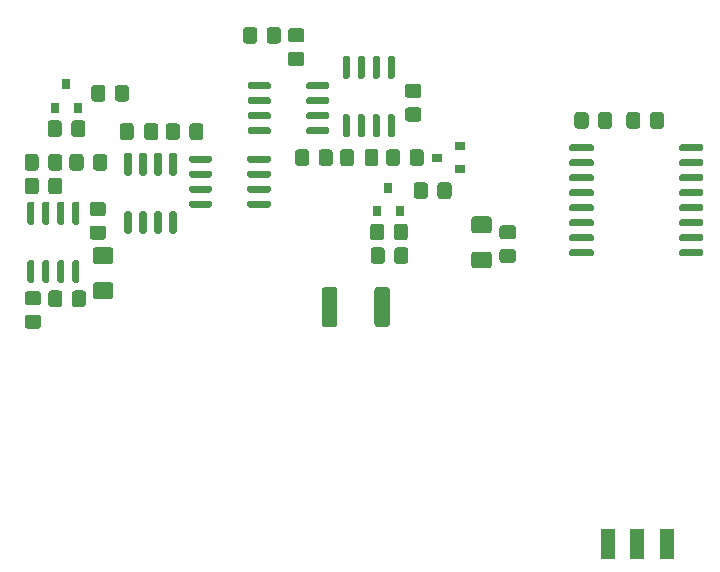
<source format=gbr>
%TF.GenerationSoftware,KiCad,Pcbnew,5.1.10-88a1d61d58~90~ubuntu20.04.1*%
%TF.CreationDate,2021-08-05T17:18:09+03:00*%
%TF.ProjectId,PiUPS,50695550-532e-46b6-9963-61645f706362,rev?*%
%TF.SameCoordinates,Original*%
%TF.FileFunction,Paste,Bot*%
%TF.FilePolarity,Positive*%
%FSLAX46Y46*%
G04 Gerber Fmt 4.6, Leading zero omitted, Abs format (unit mm)*
G04 Created by KiCad (PCBNEW 5.1.10-88a1d61d58~90~ubuntu20.04.1) date 2021-08-05 17:18:09*
%MOMM*%
%LPD*%
G01*
G04 APERTURE LIST*
%ADD10R,1.250000X2.500000*%
%ADD11R,0.900000X0.800000*%
%ADD12R,0.800000X0.900000*%
G04 APERTURE END LIST*
%TO.C,R12*%
G36*
G01*
X87350000Y-75750001D02*
X87350000Y-74849999D01*
G75*
G02*
X87599999Y-74600000I249999J0D01*
G01*
X88300001Y-74600000D01*
G75*
G02*
X88550000Y-74849999I0J-249999D01*
G01*
X88550000Y-75750001D01*
G75*
G02*
X88300001Y-76000000I-249999J0D01*
G01*
X87599999Y-76000000D01*
G75*
G02*
X87350000Y-75750001I0J249999D01*
G01*
G37*
G36*
G01*
X85350000Y-75750001D02*
X85350000Y-74849999D01*
G75*
G02*
X85599999Y-74600000I249999J0D01*
G01*
X86300001Y-74600000D01*
G75*
G02*
X86550000Y-74849999I0J-249999D01*
G01*
X86550000Y-75750001D01*
G75*
G02*
X86300001Y-76000000I-249999J0D01*
G01*
X85599999Y-76000000D01*
G75*
G02*
X85350000Y-75750001I0J249999D01*
G01*
G37*
%TD*%
%TO.C,U4*%
G36*
G01*
X115025000Y-84660000D02*
X115025000Y-84960000D01*
G75*
G02*
X114875000Y-85110000I-150000J0D01*
G01*
X113125000Y-85110000D01*
G75*
G02*
X112975000Y-84960000I0J150000D01*
G01*
X112975000Y-84660000D01*
G75*
G02*
X113125000Y-84510000I150000J0D01*
G01*
X114875000Y-84510000D01*
G75*
G02*
X115025000Y-84660000I0J-150000D01*
G01*
G37*
G36*
G01*
X115025000Y-85930000D02*
X115025000Y-86230000D01*
G75*
G02*
X114875000Y-86380000I-150000J0D01*
G01*
X113125000Y-86380000D01*
G75*
G02*
X112975000Y-86230000I0J150000D01*
G01*
X112975000Y-85930000D01*
G75*
G02*
X113125000Y-85780000I150000J0D01*
G01*
X114875000Y-85780000D01*
G75*
G02*
X115025000Y-85930000I0J-150000D01*
G01*
G37*
G36*
G01*
X115025000Y-87200000D02*
X115025000Y-87500000D01*
G75*
G02*
X114875000Y-87650000I-150000J0D01*
G01*
X113125000Y-87650000D01*
G75*
G02*
X112975000Y-87500000I0J150000D01*
G01*
X112975000Y-87200000D01*
G75*
G02*
X113125000Y-87050000I150000J0D01*
G01*
X114875000Y-87050000D01*
G75*
G02*
X115025000Y-87200000I0J-150000D01*
G01*
G37*
G36*
G01*
X115025000Y-88470000D02*
X115025000Y-88770000D01*
G75*
G02*
X114875000Y-88920000I-150000J0D01*
G01*
X113125000Y-88920000D01*
G75*
G02*
X112975000Y-88770000I0J150000D01*
G01*
X112975000Y-88470000D01*
G75*
G02*
X113125000Y-88320000I150000J0D01*
G01*
X114875000Y-88320000D01*
G75*
G02*
X115025000Y-88470000I0J-150000D01*
G01*
G37*
G36*
G01*
X115025000Y-89740000D02*
X115025000Y-90040000D01*
G75*
G02*
X114875000Y-90190000I-150000J0D01*
G01*
X113125000Y-90190000D01*
G75*
G02*
X112975000Y-90040000I0J150000D01*
G01*
X112975000Y-89740000D01*
G75*
G02*
X113125000Y-89590000I150000J0D01*
G01*
X114875000Y-89590000D01*
G75*
G02*
X115025000Y-89740000I0J-150000D01*
G01*
G37*
G36*
G01*
X115025000Y-91010000D02*
X115025000Y-91310000D01*
G75*
G02*
X114875000Y-91460000I-150000J0D01*
G01*
X113125000Y-91460000D01*
G75*
G02*
X112975000Y-91310000I0J150000D01*
G01*
X112975000Y-91010000D01*
G75*
G02*
X113125000Y-90860000I150000J0D01*
G01*
X114875000Y-90860000D01*
G75*
G02*
X115025000Y-91010000I0J-150000D01*
G01*
G37*
G36*
G01*
X115025000Y-92280000D02*
X115025000Y-92580000D01*
G75*
G02*
X114875000Y-92730000I-150000J0D01*
G01*
X113125000Y-92730000D01*
G75*
G02*
X112975000Y-92580000I0J150000D01*
G01*
X112975000Y-92280000D01*
G75*
G02*
X113125000Y-92130000I150000J0D01*
G01*
X114875000Y-92130000D01*
G75*
G02*
X115025000Y-92280000I0J-150000D01*
G01*
G37*
G36*
G01*
X115025000Y-93550000D02*
X115025000Y-93850000D01*
G75*
G02*
X114875000Y-94000000I-150000J0D01*
G01*
X113125000Y-94000000D01*
G75*
G02*
X112975000Y-93850000I0J150000D01*
G01*
X112975000Y-93550000D01*
G75*
G02*
X113125000Y-93400000I150000J0D01*
G01*
X114875000Y-93400000D01*
G75*
G02*
X115025000Y-93550000I0J-150000D01*
G01*
G37*
G36*
G01*
X124325000Y-93550000D02*
X124325000Y-93850000D01*
G75*
G02*
X124175000Y-94000000I-150000J0D01*
G01*
X122425000Y-94000000D01*
G75*
G02*
X122275000Y-93850000I0J150000D01*
G01*
X122275000Y-93550000D01*
G75*
G02*
X122425000Y-93400000I150000J0D01*
G01*
X124175000Y-93400000D01*
G75*
G02*
X124325000Y-93550000I0J-150000D01*
G01*
G37*
G36*
G01*
X124325000Y-92280000D02*
X124325000Y-92580000D01*
G75*
G02*
X124175000Y-92730000I-150000J0D01*
G01*
X122425000Y-92730000D01*
G75*
G02*
X122275000Y-92580000I0J150000D01*
G01*
X122275000Y-92280000D01*
G75*
G02*
X122425000Y-92130000I150000J0D01*
G01*
X124175000Y-92130000D01*
G75*
G02*
X124325000Y-92280000I0J-150000D01*
G01*
G37*
G36*
G01*
X124325000Y-91010000D02*
X124325000Y-91310000D01*
G75*
G02*
X124175000Y-91460000I-150000J0D01*
G01*
X122425000Y-91460000D01*
G75*
G02*
X122275000Y-91310000I0J150000D01*
G01*
X122275000Y-91010000D01*
G75*
G02*
X122425000Y-90860000I150000J0D01*
G01*
X124175000Y-90860000D01*
G75*
G02*
X124325000Y-91010000I0J-150000D01*
G01*
G37*
G36*
G01*
X124325000Y-89740000D02*
X124325000Y-90040000D01*
G75*
G02*
X124175000Y-90190000I-150000J0D01*
G01*
X122425000Y-90190000D01*
G75*
G02*
X122275000Y-90040000I0J150000D01*
G01*
X122275000Y-89740000D01*
G75*
G02*
X122425000Y-89590000I150000J0D01*
G01*
X124175000Y-89590000D01*
G75*
G02*
X124325000Y-89740000I0J-150000D01*
G01*
G37*
G36*
G01*
X124325000Y-88470000D02*
X124325000Y-88770000D01*
G75*
G02*
X124175000Y-88920000I-150000J0D01*
G01*
X122425000Y-88920000D01*
G75*
G02*
X122275000Y-88770000I0J150000D01*
G01*
X122275000Y-88470000D01*
G75*
G02*
X122425000Y-88320000I150000J0D01*
G01*
X124175000Y-88320000D01*
G75*
G02*
X124325000Y-88470000I0J-150000D01*
G01*
G37*
G36*
G01*
X124325000Y-87200000D02*
X124325000Y-87500000D01*
G75*
G02*
X124175000Y-87650000I-150000J0D01*
G01*
X122425000Y-87650000D01*
G75*
G02*
X122275000Y-87500000I0J150000D01*
G01*
X122275000Y-87200000D01*
G75*
G02*
X122425000Y-87050000I150000J0D01*
G01*
X124175000Y-87050000D01*
G75*
G02*
X124325000Y-87200000I0J-150000D01*
G01*
G37*
G36*
G01*
X124325000Y-85930000D02*
X124325000Y-86230000D01*
G75*
G02*
X124175000Y-86380000I-150000J0D01*
G01*
X122425000Y-86380000D01*
G75*
G02*
X122275000Y-86230000I0J150000D01*
G01*
X122275000Y-85930000D01*
G75*
G02*
X122425000Y-85780000I150000J0D01*
G01*
X124175000Y-85780000D01*
G75*
G02*
X124325000Y-85930000I0J-150000D01*
G01*
G37*
G36*
G01*
X124325000Y-84660000D02*
X124325000Y-84960000D01*
G75*
G02*
X124175000Y-85110000I-150000J0D01*
G01*
X122425000Y-85110000D01*
G75*
G02*
X122275000Y-84960000I0J150000D01*
G01*
X122275000Y-84660000D01*
G75*
G02*
X122425000Y-84510000I150000J0D01*
G01*
X124175000Y-84510000D01*
G75*
G02*
X124325000Y-84660000I0J-150000D01*
G01*
G37*
%TD*%
%TO.C,U1*%
G36*
G01*
X71350000Y-91325000D02*
X71050000Y-91325000D01*
G75*
G02*
X70900000Y-91175000I0J150000D01*
G01*
X70900000Y-89525000D01*
G75*
G02*
X71050000Y-89375000I150000J0D01*
G01*
X71350000Y-89375000D01*
G75*
G02*
X71500000Y-89525000I0J-150000D01*
G01*
X71500000Y-91175000D01*
G75*
G02*
X71350000Y-91325000I-150000J0D01*
G01*
G37*
G36*
G01*
X70080000Y-91325000D02*
X69780000Y-91325000D01*
G75*
G02*
X69630000Y-91175000I0J150000D01*
G01*
X69630000Y-89525000D01*
G75*
G02*
X69780000Y-89375000I150000J0D01*
G01*
X70080000Y-89375000D01*
G75*
G02*
X70230000Y-89525000I0J-150000D01*
G01*
X70230000Y-91175000D01*
G75*
G02*
X70080000Y-91325000I-150000J0D01*
G01*
G37*
G36*
G01*
X68810000Y-91325000D02*
X68510000Y-91325000D01*
G75*
G02*
X68360000Y-91175000I0J150000D01*
G01*
X68360000Y-89525000D01*
G75*
G02*
X68510000Y-89375000I150000J0D01*
G01*
X68810000Y-89375000D01*
G75*
G02*
X68960000Y-89525000I0J-150000D01*
G01*
X68960000Y-91175000D01*
G75*
G02*
X68810000Y-91325000I-150000J0D01*
G01*
G37*
G36*
G01*
X67540000Y-91325000D02*
X67240000Y-91325000D01*
G75*
G02*
X67090000Y-91175000I0J150000D01*
G01*
X67090000Y-89525000D01*
G75*
G02*
X67240000Y-89375000I150000J0D01*
G01*
X67540000Y-89375000D01*
G75*
G02*
X67690000Y-89525000I0J-150000D01*
G01*
X67690000Y-91175000D01*
G75*
G02*
X67540000Y-91325000I-150000J0D01*
G01*
G37*
G36*
G01*
X67540000Y-96275000D02*
X67240000Y-96275000D01*
G75*
G02*
X67090000Y-96125000I0J150000D01*
G01*
X67090000Y-94475000D01*
G75*
G02*
X67240000Y-94325000I150000J0D01*
G01*
X67540000Y-94325000D01*
G75*
G02*
X67690000Y-94475000I0J-150000D01*
G01*
X67690000Y-96125000D01*
G75*
G02*
X67540000Y-96275000I-150000J0D01*
G01*
G37*
G36*
G01*
X68810000Y-96275000D02*
X68510000Y-96275000D01*
G75*
G02*
X68360000Y-96125000I0J150000D01*
G01*
X68360000Y-94475000D01*
G75*
G02*
X68510000Y-94325000I150000J0D01*
G01*
X68810000Y-94325000D01*
G75*
G02*
X68960000Y-94475000I0J-150000D01*
G01*
X68960000Y-96125000D01*
G75*
G02*
X68810000Y-96275000I-150000J0D01*
G01*
G37*
G36*
G01*
X70080000Y-96275000D02*
X69780000Y-96275000D01*
G75*
G02*
X69630000Y-96125000I0J150000D01*
G01*
X69630000Y-94475000D01*
G75*
G02*
X69780000Y-94325000I150000J0D01*
G01*
X70080000Y-94325000D01*
G75*
G02*
X70230000Y-94475000I0J-150000D01*
G01*
X70230000Y-96125000D01*
G75*
G02*
X70080000Y-96275000I-150000J0D01*
G01*
G37*
G36*
G01*
X71350000Y-96275000D02*
X71050000Y-96275000D01*
G75*
G02*
X70900000Y-96125000I0J150000D01*
G01*
X70900000Y-94475000D01*
G75*
G02*
X71050000Y-94325000I150000J0D01*
G01*
X71350000Y-94325000D01*
G75*
G02*
X71500000Y-94475000I0J-150000D01*
G01*
X71500000Y-96125000D01*
G75*
G02*
X71350000Y-96275000I-150000J0D01*
G01*
G37*
%TD*%
D10*
%TO.C,SW1*%
X116225000Y-118330000D03*
X118725000Y-118330000D03*
X121225000Y-118330000D03*
%TD*%
%TO.C,R17*%
G36*
G01*
X107309999Y-93380000D02*
X108210001Y-93380000D01*
G75*
G02*
X108460000Y-93629999I0J-249999D01*
G01*
X108460000Y-94330001D01*
G75*
G02*
X108210001Y-94580000I-249999J0D01*
G01*
X107309999Y-94580000D01*
G75*
G02*
X107060000Y-94330001I0J249999D01*
G01*
X107060000Y-93629999D01*
G75*
G02*
X107309999Y-93380000I249999J0D01*
G01*
G37*
G36*
G01*
X107309999Y-91380000D02*
X108210001Y-91380000D01*
G75*
G02*
X108460000Y-91629999I0J-249999D01*
G01*
X108460000Y-92330001D01*
G75*
G02*
X108210001Y-92580000I-249999J0D01*
G01*
X107309999Y-92580000D01*
G75*
G02*
X107060000Y-92330001I0J249999D01*
G01*
X107060000Y-91629999D01*
G75*
G02*
X107309999Y-91380000I249999J0D01*
G01*
G37*
%TD*%
%TO.C,R10*%
G36*
G01*
X89399999Y-76700000D02*
X90300001Y-76700000D01*
G75*
G02*
X90550000Y-76949999I0J-249999D01*
G01*
X90550000Y-77650001D01*
G75*
G02*
X90300001Y-77900000I-249999J0D01*
G01*
X89399999Y-77900000D01*
G75*
G02*
X89150000Y-77650001I0J249999D01*
G01*
X89150000Y-76949999D01*
G75*
G02*
X89399999Y-76700000I249999J0D01*
G01*
G37*
G36*
G01*
X89399999Y-74700000D02*
X90300001Y-74700000D01*
G75*
G02*
X90550000Y-74949999I0J-249999D01*
G01*
X90550000Y-75650001D01*
G75*
G02*
X90300001Y-75900000I-249999J0D01*
G01*
X89399999Y-75900000D01*
G75*
G02*
X89150000Y-75650001I0J249999D01*
G01*
X89150000Y-74949999D01*
G75*
G02*
X89399999Y-74700000I249999J0D01*
G01*
G37*
%TD*%
%TO.C,R6*%
G36*
G01*
X115400000Y-82950001D02*
X115400000Y-82049999D01*
G75*
G02*
X115649999Y-81800000I249999J0D01*
G01*
X116350001Y-81800000D01*
G75*
G02*
X116600000Y-82049999I0J-249999D01*
G01*
X116600000Y-82950001D01*
G75*
G02*
X116350001Y-83200000I-249999J0D01*
G01*
X115649999Y-83200000D01*
G75*
G02*
X115400000Y-82950001I0J249999D01*
G01*
G37*
G36*
G01*
X113400000Y-82950001D02*
X113400000Y-82049999D01*
G75*
G02*
X113649999Y-81800000I249999J0D01*
G01*
X114350001Y-81800000D01*
G75*
G02*
X114600000Y-82049999I0J-249999D01*
G01*
X114600000Y-82950001D01*
G75*
G02*
X114350001Y-83200000I-249999J0D01*
G01*
X113649999Y-83200000D01*
G75*
G02*
X113400000Y-82950001I0J249999D01*
G01*
G37*
%TD*%
%TO.C,R4*%
G36*
G01*
X119800000Y-82950001D02*
X119800000Y-82049999D01*
G75*
G02*
X120049999Y-81800000I249999J0D01*
G01*
X120750001Y-81800000D01*
G75*
G02*
X121000000Y-82049999I0J-249999D01*
G01*
X121000000Y-82950001D01*
G75*
G02*
X120750001Y-83200000I-249999J0D01*
G01*
X120049999Y-83200000D01*
G75*
G02*
X119800000Y-82950001I0J249999D01*
G01*
G37*
G36*
G01*
X117800000Y-82950001D02*
X117800000Y-82049999D01*
G75*
G02*
X118049999Y-81800000I249999J0D01*
G01*
X118750001Y-81800000D01*
G75*
G02*
X119000000Y-82049999I0J-249999D01*
G01*
X119000000Y-82950001D01*
G75*
G02*
X118750001Y-83200000I-249999J0D01*
G01*
X118049999Y-83200000D01*
G75*
G02*
X117800000Y-82950001I0J249999D01*
G01*
G37*
%TD*%
%TO.C,R34*%
G36*
G01*
X90950000Y-85199999D02*
X90950000Y-86100001D01*
G75*
G02*
X90700001Y-86350000I-249999J0D01*
G01*
X89999999Y-86350000D01*
G75*
G02*
X89750000Y-86100001I0J249999D01*
G01*
X89750000Y-85199999D01*
G75*
G02*
X89999999Y-84950000I249999J0D01*
G01*
X90700001Y-84950000D01*
G75*
G02*
X90950000Y-85199999I0J-249999D01*
G01*
G37*
G36*
G01*
X92950000Y-85199999D02*
X92950000Y-86100001D01*
G75*
G02*
X92700001Y-86350000I-249999J0D01*
G01*
X91999999Y-86350000D01*
G75*
G02*
X91750000Y-86100001I0J249999D01*
G01*
X91750000Y-85199999D01*
G75*
G02*
X91999999Y-84950000I249999J0D01*
G01*
X92700001Y-84950000D01*
G75*
G02*
X92950000Y-85199999I0J-249999D01*
G01*
G37*
%TD*%
%TO.C,R8*%
G36*
G01*
X80800000Y-83900001D02*
X80800000Y-82999999D01*
G75*
G02*
X81049999Y-82750000I249999J0D01*
G01*
X81750001Y-82750000D01*
G75*
G02*
X82000000Y-82999999I0J-249999D01*
G01*
X82000000Y-83900001D01*
G75*
G02*
X81750001Y-84150000I-249999J0D01*
G01*
X81049999Y-84150000D01*
G75*
G02*
X80800000Y-83900001I0J249999D01*
G01*
G37*
G36*
G01*
X78800000Y-83900001D02*
X78800000Y-82999999D01*
G75*
G02*
X79049999Y-82750000I249999J0D01*
G01*
X79750001Y-82750000D01*
G75*
G02*
X80000000Y-82999999I0J-249999D01*
G01*
X80000000Y-83900001D01*
G75*
G02*
X79750001Y-84150000I-249999J0D01*
G01*
X79049999Y-84150000D01*
G75*
G02*
X78800000Y-83900001I0J249999D01*
G01*
G37*
%TD*%
%TO.C,R35*%
G36*
G01*
X98650000Y-85199999D02*
X98650000Y-86100001D01*
G75*
G02*
X98400001Y-86350000I-249999J0D01*
G01*
X97699999Y-86350000D01*
G75*
G02*
X97450000Y-86100001I0J249999D01*
G01*
X97450000Y-85199999D01*
G75*
G02*
X97699999Y-84950000I249999J0D01*
G01*
X98400001Y-84950000D01*
G75*
G02*
X98650000Y-85199999I0J-249999D01*
G01*
G37*
G36*
G01*
X100650000Y-85199999D02*
X100650000Y-86100001D01*
G75*
G02*
X100400001Y-86350000I-249999J0D01*
G01*
X99699999Y-86350000D01*
G75*
G02*
X99450000Y-86100001I0J249999D01*
G01*
X99450000Y-85199999D01*
G75*
G02*
X99699999Y-84950000I249999J0D01*
G01*
X100400001Y-84950000D01*
G75*
G02*
X100650000Y-85199999I0J-249999D01*
G01*
G37*
%TD*%
%TO.C,R14*%
G36*
G01*
X74500000Y-80650001D02*
X74500000Y-79749999D01*
G75*
G02*
X74749999Y-79500000I249999J0D01*
G01*
X75450001Y-79500000D01*
G75*
G02*
X75700000Y-79749999I0J-249999D01*
G01*
X75700000Y-80650001D01*
G75*
G02*
X75450001Y-80900000I-249999J0D01*
G01*
X74749999Y-80900000D01*
G75*
G02*
X74500000Y-80650001I0J249999D01*
G01*
G37*
G36*
G01*
X72500000Y-80650001D02*
X72500000Y-79749999D01*
G75*
G02*
X72749999Y-79500000I249999J0D01*
G01*
X73450001Y-79500000D01*
G75*
G02*
X73700000Y-79749999I0J-249999D01*
G01*
X73700000Y-80650001D01*
G75*
G02*
X73450001Y-80900000I-249999J0D01*
G01*
X72749999Y-80900000D01*
G75*
G02*
X72500000Y-80650001I0J249999D01*
G01*
G37*
%TD*%
%TO.C,R30*%
G36*
G01*
X70000000Y-82749999D02*
X70000000Y-83650001D01*
G75*
G02*
X69750001Y-83900000I-249999J0D01*
G01*
X69049999Y-83900000D01*
G75*
G02*
X68800000Y-83650001I0J249999D01*
G01*
X68800000Y-82749999D01*
G75*
G02*
X69049999Y-82500000I249999J0D01*
G01*
X69750001Y-82500000D01*
G75*
G02*
X70000000Y-82749999I0J-249999D01*
G01*
G37*
G36*
G01*
X72000000Y-82749999D02*
X72000000Y-83650001D01*
G75*
G02*
X71750001Y-83900000I-249999J0D01*
G01*
X71049999Y-83900000D01*
G75*
G02*
X70800000Y-83650001I0J249999D01*
G01*
X70800000Y-82749999D01*
G75*
G02*
X71049999Y-82500000I249999J0D01*
G01*
X71750001Y-82500000D01*
G75*
G02*
X72000000Y-82749999I0J-249999D01*
G01*
G37*
%TD*%
%TO.C,R37*%
G36*
G01*
X101800000Y-88900001D02*
X101800000Y-87999999D01*
G75*
G02*
X102049999Y-87750000I249999J0D01*
G01*
X102750001Y-87750000D01*
G75*
G02*
X103000000Y-87999999I0J-249999D01*
G01*
X103000000Y-88900001D01*
G75*
G02*
X102750001Y-89150000I-249999J0D01*
G01*
X102049999Y-89150000D01*
G75*
G02*
X101800000Y-88900001I0J249999D01*
G01*
G37*
G36*
G01*
X99800000Y-88900001D02*
X99800000Y-87999999D01*
G75*
G02*
X100049999Y-87750000I249999J0D01*
G01*
X100750001Y-87750000D01*
G75*
G02*
X101000000Y-87999999I0J-249999D01*
G01*
X101000000Y-88900001D01*
G75*
G02*
X100750001Y-89150000I-249999J0D01*
G01*
X100049999Y-89150000D01*
G75*
G02*
X99800000Y-88900001I0J249999D01*
G01*
G37*
%TD*%
%TO.C,R23*%
G36*
G01*
X71850000Y-85599999D02*
X71850000Y-86500001D01*
G75*
G02*
X71600001Y-86750000I-249999J0D01*
G01*
X70899999Y-86750000D01*
G75*
G02*
X70650000Y-86500001I0J249999D01*
G01*
X70650000Y-85599999D01*
G75*
G02*
X70899999Y-85350000I249999J0D01*
G01*
X71600001Y-85350000D01*
G75*
G02*
X71850000Y-85599999I0J-249999D01*
G01*
G37*
G36*
G01*
X73850000Y-85599999D02*
X73850000Y-86500001D01*
G75*
G02*
X73600001Y-86750000I-249999J0D01*
G01*
X72899999Y-86750000D01*
G75*
G02*
X72650000Y-86500001I0J249999D01*
G01*
X72650000Y-85599999D01*
G75*
G02*
X72899999Y-85350000I249999J0D01*
G01*
X73600001Y-85350000D01*
G75*
G02*
X73850000Y-85599999I0J-249999D01*
G01*
G37*
%TD*%
%TO.C,R36*%
G36*
G01*
X100200001Y-80600000D02*
X99299999Y-80600000D01*
G75*
G02*
X99050000Y-80350001I0J249999D01*
G01*
X99050000Y-79649999D01*
G75*
G02*
X99299999Y-79400000I249999J0D01*
G01*
X100200001Y-79400000D01*
G75*
G02*
X100450000Y-79649999I0J-249999D01*
G01*
X100450000Y-80350001D01*
G75*
G02*
X100200001Y-80600000I-249999J0D01*
G01*
G37*
G36*
G01*
X100200001Y-82600000D02*
X99299999Y-82600000D01*
G75*
G02*
X99050000Y-82350001I0J249999D01*
G01*
X99050000Y-81649999D01*
G75*
G02*
X99299999Y-81400000I249999J0D01*
G01*
X100200001Y-81400000D01*
G75*
G02*
X100450000Y-81649999I0J-249999D01*
G01*
X100450000Y-82350001D01*
G75*
G02*
X100200001Y-82600000I-249999J0D01*
G01*
G37*
%TD*%
%TO.C,R39*%
G36*
G01*
X98100000Y-92400001D02*
X98100000Y-91499999D01*
G75*
G02*
X98349999Y-91250000I249999J0D01*
G01*
X99050001Y-91250000D01*
G75*
G02*
X99300000Y-91499999I0J-249999D01*
G01*
X99300000Y-92400001D01*
G75*
G02*
X99050001Y-92650000I-249999J0D01*
G01*
X98349999Y-92650000D01*
G75*
G02*
X98100000Y-92400001I0J249999D01*
G01*
G37*
G36*
G01*
X96100000Y-92400001D02*
X96100000Y-91499999D01*
G75*
G02*
X96349999Y-91250000I249999J0D01*
G01*
X97050001Y-91250000D01*
G75*
G02*
X97300000Y-91499999I0J-249999D01*
G01*
X97300000Y-92400001D01*
G75*
G02*
X97050001Y-92650000I-249999J0D01*
G01*
X96349999Y-92650000D01*
G75*
G02*
X96100000Y-92400001I0J249999D01*
G01*
G37*
%TD*%
%TO.C,R38*%
G36*
G01*
X98150000Y-94400001D02*
X98150000Y-93499999D01*
G75*
G02*
X98399999Y-93250000I249999J0D01*
G01*
X99100001Y-93250000D01*
G75*
G02*
X99350000Y-93499999I0J-249999D01*
G01*
X99350000Y-94400001D01*
G75*
G02*
X99100001Y-94650000I-249999J0D01*
G01*
X98399999Y-94650000D01*
G75*
G02*
X98150000Y-94400001I0J249999D01*
G01*
G37*
G36*
G01*
X96150000Y-94400001D02*
X96150000Y-93499999D01*
G75*
G02*
X96399999Y-93250000I249999J0D01*
G01*
X97100001Y-93250000D01*
G75*
G02*
X97350000Y-93499999I0J-249999D01*
G01*
X97350000Y-94400001D01*
G75*
G02*
X97100001Y-94650000I-249999J0D01*
G01*
X96399999Y-94650000D01*
G75*
G02*
X96150000Y-94400001I0J249999D01*
G01*
G37*
%TD*%
%TO.C,R2*%
G36*
G01*
X70850000Y-98050001D02*
X70850000Y-97149999D01*
G75*
G02*
X71099999Y-96900000I249999J0D01*
G01*
X71800001Y-96900000D01*
G75*
G02*
X72050000Y-97149999I0J-249999D01*
G01*
X72050000Y-98050001D01*
G75*
G02*
X71800001Y-98300000I-249999J0D01*
G01*
X71099999Y-98300000D01*
G75*
G02*
X70850000Y-98050001I0J249999D01*
G01*
G37*
G36*
G01*
X68850000Y-98050001D02*
X68850000Y-97149999D01*
G75*
G02*
X69099999Y-96900000I249999J0D01*
G01*
X69800001Y-96900000D01*
G75*
G02*
X70050000Y-97149999I0J-249999D01*
G01*
X70050000Y-98050001D01*
G75*
G02*
X69800001Y-98300000I-249999J0D01*
G01*
X69099999Y-98300000D01*
G75*
G02*
X68850000Y-98050001I0J249999D01*
G01*
G37*
%TD*%
%TO.C,R3*%
G36*
G01*
X67099999Y-98950000D02*
X68000001Y-98950000D01*
G75*
G02*
X68250000Y-99199999I0J-249999D01*
G01*
X68250000Y-99900001D01*
G75*
G02*
X68000001Y-100150000I-249999J0D01*
G01*
X67099999Y-100150000D01*
G75*
G02*
X66850000Y-99900001I0J249999D01*
G01*
X66850000Y-99199999D01*
G75*
G02*
X67099999Y-98950000I249999J0D01*
G01*
G37*
G36*
G01*
X67099999Y-96950000D02*
X68000001Y-96950000D01*
G75*
G02*
X68250000Y-97199999I0J-249999D01*
G01*
X68250000Y-97900001D01*
G75*
G02*
X68000001Y-98150000I-249999J0D01*
G01*
X67099999Y-98150000D01*
G75*
G02*
X66850000Y-97900001I0J249999D01*
G01*
X66850000Y-97199999D01*
G75*
G02*
X67099999Y-96950000I249999J0D01*
G01*
G37*
%TD*%
%TO.C,R29*%
G36*
G01*
X68050000Y-85599999D02*
X68050000Y-86500001D01*
G75*
G02*
X67800001Y-86750000I-249999J0D01*
G01*
X67099999Y-86750000D01*
G75*
G02*
X66850000Y-86500001I0J249999D01*
G01*
X66850000Y-85599999D01*
G75*
G02*
X67099999Y-85350000I249999J0D01*
G01*
X67800001Y-85350000D01*
G75*
G02*
X68050000Y-85599999I0J-249999D01*
G01*
G37*
G36*
G01*
X70050000Y-85599999D02*
X70050000Y-86500001D01*
G75*
G02*
X69800001Y-86750000I-249999J0D01*
G01*
X69099999Y-86750000D01*
G75*
G02*
X68850000Y-86500001I0J249999D01*
G01*
X68850000Y-85599999D01*
G75*
G02*
X69099999Y-85350000I249999J0D01*
G01*
X69800001Y-85350000D01*
G75*
G02*
X70050000Y-85599999I0J-249999D01*
G01*
G37*
%TD*%
%TO.C,R22*%
G36*
G01*
X68850000Y-88500001D02*
X68850000Y-87599999D01*
G75*
G02*
X69099999Y-87350000I249999J0D01*
G01*
X69800001Y-87350000D01*
G75*
G02*
X70050000Y-87599999I0J-249999D01*
G01*
X70050000Y-88500001D01*
G75*
G02*
X69800001Y-88750000I-249999J0D01*
G01*
X69099999Y-88750000D01*
G75*
G02*
X68850000Y-88500001I0J249999D01*
G01*
G37*
G36*
G01*
X66850000Y-88500001D02*
X66850000Y-87599999D01*
G75*
G02*
X67099999Y-87350000I249999J0D01*
G01*
X67800001Y-87350000D01*
G75*
G02*
X68050000Y-87599999I0J-249999D01*
G01*
X68050000Y-88500001D01*
G75*
G02*
X67800001Y-88750000I-249999J0D01*
G01*
X67099999Y-88750000D01*
G75*
G02*
X66850000Y-88500001I0J249999D01*
G01*
G37*
%TD*%
%TO.C,R7*%
G36*
G01*
X73500001Y-90600000D02*
X72599999Y-90600000D01*
G75*
G02*
X72350000Y-90350001I0J249999D01*
G01*
X72350000Y-89649999D01*
G75*
G02*
X72599999Y-89400000I249999J0D01*
G01*
X73500001Y-89400000D01*
G75*
G02*
X73750000Y-89649999I0J-249999D01*
G01*
X73750000Y-90350001D01*
G75*
G02*
X73500001Y-90600000I-249999J0D01*
G01*
G37*
G36*
G01*
X73500001Y-92600000D02*
X72599999Y-92600000D01*
G75*
G02*
X72350000Y-92350001I0J249999D01*
G01*
X72350000Y-91649999D01*
G75*
G02*
X72599999Y-91400000I249999J0D01*
G01*
X73500001Y-91400000D01*
G75*
G02*
X73750000Y-91649999I0J-249999D01*
G01*
X73750000Y-92350001D01*
G75*
G02*
X73500001Y-92600000I-249999J0D01*
G01*
G37*
%TD*%
%TO.C,Q5*%
G36*
G01*
X87700000Y-79415000D02*
X87700000Y-79715000D01*
G75*
G02*
X87550000Y-79865000I-150000J0D01*
G01*
X85900000Y-79865000D01*
G75*
G02*
X85750000Y-79715000I0J150000D01*
G01*
X85750000Y-79415000D01*
G75*
G02*
X85900000Y-79265000I150000J0D01*
G01*
X87550000Y-79265000D01*
G75*
G02*
X87700000Y-79415000I0J-150000D01*
G01*
G37*
G36*
G01*
X87700000Y-80685000D02*
X87700000Y-80985000D01*
G75*
G02*
X87550000Y-81135000I-150000J0D01*
G01*
X85900000Y-81135000D01*
G75*
G02*
X85750000Y-80985000I0J150000D01*
G01*
X85750000Y-80685000D01*
G75*
G02*
X85900000Y-80535000I150000J0D01*
G01*
X87550000Y-80535000D01*
G75*
G02*
X87700000Y-80685000I0J-150000D01*
G01*
G37*
G36*
G01*
X87700000Y-81955000D02*
X87700000Y-82255000D01*
G75*
G02*
X87550000Y-82405000I-150000J0D01*
G01*
X85900000Y-82405000D01*
G75*
G02*
X85750000Y-82255000I0J150000D01*
G01*
X85750000Y-81955000D01*
G75*
G02*
X85900000Y-81805000I150000J0D01*
G01*
X87550000Y-81805000D01*
G75*
G02*
X87700000Y-81955000I0J-150000D01*
G01*
G37*
G36*
G01*
X87700000Y-83225000D02*
X87700000Y-83525000D01*
G75*
G02*
X87550000Y-83675000I-150000J0D01*
G01*
X85900000Y-83675000D01*
G75*
G02*
X85750000Y-83525000I0J150000D01*
G01*
X85750000Y-83225000D01*
G75*
G02*
X85900000Y-83075000I150000J0D01*
G01*
X87550000Y-83075000D01*
G75*
G02*
X87700000Y-83225000I0J-150000D01*
G01*
G37*
G36*
G01*
X92650000Y-83225000D02*
X92650000Y-83525000D01*
G75*
G02*
X92500000Y-83675000I-150000J0D01*
G01*
X90850000Y-83675000D01*
G75*
G02*
X90700000Y-83525000I0J150000D01*
G01*
X90700000Y-83225000D01*
G75*
G02*
X90850000Y-83075000I150000J0D01*
G01*
X92500000Y-83075000D01*
G75*
G02*
X92650000Y-83225000I0J-150000D01*
G01*
G37*
G36*
G01*
X92650000Y-81955000D02*
X92650000Y-82255000D01*
G75*
G02*
X92500000Y-82405000I-150000J0D01*
G01*
X90850000Y-82405000D01*
G75*
G02*
X90700000Y-82255000I0J150000D01*
G01*
X90700000Y-81955000D01*
G75*
G02*
X90850000Y-81805000I150000J0D01*
G01*
X92500000Y-81805000D01*
G75*
G02*
X92650000Y-81955000I0J-150000D01*
G01*
G37*
G36*
G01*
X92650000Y-80685000D02*
X92650000Y-80985000D01*
G75*
G02*
X92500000Y-81135000I-150000J0D01*
G01*
X90850000Y-81135000D01*
G75*
G02*
X90700000Y-80985000I0J150000D01*
G01*
X90700000Y-80685000D01*
G75*
G02*
X90850000Y-80535000I150000J0D01*
G01*
X92500000Y-80535000D01*
G75*
G02*
X92650000Y-80685000I0J-150000D01*
G01*
G37*
G36*
G01*
X92650000Y-79415000D02*
X92650000Y-79715000D01*
G75*
G02*
X92500000Y-79865000I-150000J0D01*
G01*
X90850000Y-79865000D01*
G75*
G02*
X90700000Y-79715000I0J150000D01*
G01*
X90700000Y-79415000D01*
G75*
G02*
X90850000Y-79265000I150000J0D01*
G01*
X92500000Y-79265000D01*
G75*
G02*
X92650000Y-79415000I0J-150000D01*
G01*
G37*
%TD*%
%TO.C,Q2*%
G36*
G01*
X85725000Y-89740000D02*
X85725000Y-89440000D01*
G75*
G02*
X85875000Y-89290000I150000J0D01*
G01*
X87525000Y-89290000D01*
G75*
G02*
X87675000Y-89440000I0J-150000D01*
G01*
X87675000Y-89740000D01*
G75*
G02*
X87525000Y-89890000I-150000J0D01*
G01*
X85875000Y-89890000D01*
G75*
G02*
X85725000Y-89740000I0J150000D01*
G01*
G37*
G36*
G01*
X85725000Y-88470000D02*
X85725000Y-88170000D01*
G75*
G02*
X85875000Y-88020000I150000J0D01*
G01*
X87525000Y-88020000D01*
G75*
G02*
X87675000Y-88170000I0J-150000D01*
G01*
X87675000Y-88470000D01*
G75*
G02*
X87525000Y-88620000I-150000J0D01*
G01*
X85875000Y-88620000D01*
G75*
G02*
X85725000Y-88470000I0J150000D01*
G01*
G37*
G36*
G01*
X85725000Y-87200000D02*
X85725000Y-86900000D01*
G75*
G02*
X85875000Y-86750000I150000J0D01*
G01*
X87525000Y-86750000D01*
G75*
G02*
X87675000Y-86900000I0J-150000D01*
G01*
X87675000Y-87200000D01*
G75*
G02*
X87525000Y-87350000I-150000J0D01*
G01*
X85875000Y-87350000D01*
G75*
G02*
X85725000Y-87200000I0J150000D01*
G01*
G37*
G36*
G01*
X85725000Y-85930000D02*
X85725000Y-85630000D01*
G75*
G02*
X85875000Y-85480000I150000J0D01*
G01*
X87525000Y-85480000D01*
G75*
G02*
X87675000Y-85630000I0J-150000D01*
G01*
X87675000Y-85930000D01*
G75*
G02*
X87525000Y-86080000I-150000J0D01*
G01*
X85875000Y-86080000D01*
G75*
G02*
X85725000Y-85930000I0J150000D01*
G01*
G37*
G36*
G01*
X80775000Y-85930000D02*
X80775000Y-85630000D01*
G75*
G02*
X80925000Y-85480000I150000J0D01*
G01*
X82575000Y-85480000D01*
G75*
G02*
X82725000Y-85630000I0J-150000D01*
G01*
X82725000Y-85930000D01*
G75*
G02*
X82575000Y-86080000I-150000J0D01*
G01*
X80925000Y-86080000D01*
G75*
G02*
X80775000Y-85930000I0J150000D01*
G01*
G37*
G36*
G01*
X80775000Y-87200000D02*
X80775000Y-86900000D01*
G75*
G02*
X80925000Y-86750000I150000J0D01*
G01*
X82575000Y-86750000D01*
G75*
G02*
X82725000Y-86900000I0J-150000D01*
G01*
X82725000Y-87200000D01*
G75*
G02*
X82575000Y-87350000I-150000J0D01*
G01*
X80925000Y-87350000D01*
G75*
G02*
X80775000Y-87200000I0J150000D01*
G01*
G37*
G36*
G01*
X80775000Y-88470000D02*
X80775000Y-88170000D01*
G75*
G02*
X80925000Y-88020000I150000J0D01*
G01*
X82575000Y-88020000D01*
G75*
G02*
X82725000Y-88170000I0J-150000D01*
G01*
X82725000Y-88470000D01*
G75*
G02*
X82575000Y-88620000I-150000J0D01*
G01*
X80925000Y-88620000D01*
G75*
G02*
X80775000Y-88470000I0J150000D01*
G01*
G37*
G36*
G01*
X80775000Y-89740000D02*
X80775000Y-89440000D01*
G75*
G02*
X80925000Y-89290000I150000J0D01*
G01*
X82575000Y-89290000D01*
G75*
G02*
X82725000Y-89440000I0J-150000D01*
G01*
X82725000Y-89740000D01*
G75*
G02*
X82575000Y-89890000I-150000J0D01*
G01*
X80925000Y-89890000D01*
G75*
G02*
X80775000Y-89740000I0J150000D01*
G01*
G37*
%TD*%
D11*
%TO.C,Q6*%
X101750000Y-85650000D03*
X103750000Y-86600000D03*
X103750000Y-84700000D03*
%TD*%
D12*
%TO.C,Q3*%
X70400000Y-79450000D03*
X69450000Y-81450000D03*
X71350000Y-81450000D03*
%TD*%
%TO.C,Q4*%
G36*
G01*
X98040000Y-78965000D02*
X97740000Y-78965000D01*
G75*
G02*
X97590000Y-78815000I0J150000D01*
G01*
X97590000Y-77165000D01*
G75*
G02*
X97740000Y-77015000I150000J0D01*
G01*
X98040000Y-77015000D01*
G75*
G02*
X98190000Y-77165000I0J-150000D01*
G01*
X98190000Y-78815000D01*
G75*
G02*
X98040000Y-78965000I-150000J0D01*
G01*
G37*
G36*
G01*
X96770000Y-78965000D02*
X96470000Y-78965000D01*
G75*
G02*
X96320000Y-78815000I0J150000D01*
G01*
X96320000Y-77165000D01*
G75*
G02*
X96470000Y-77015000I150000J0D01*
G01*
X96770000Y-77015000D01*
G75*
G02*
X96920000Y-77165000I0J-150000D01*
G01*
X96920000Y-78815000D01*
G75*
G02*
X96770000Y-78965000I-150000J0D01*
G01*
G37*
G36*
G01*
X95500000Y-78965000D02*
X95200000Y-78965000D01*
G75*
G02*
X95050000Y-78815000I0J150000D01*
G01*
X95050000Y-77165000D01*
G75*
G02*
X95200000Y-77015000I150000J0D01*
G01*
X95500000Y-77015000D01*
G75*
G02*
X95650000Y-77165000I0J-150000D01*
G01*
X95650000Y-78815000D01*
G75*
G02*
X95500000Y-78965000I-150000J0D01*
G01*
G37*
G36*
G01*
X94230000Y-78965000D02*
X93930000Y-78965000D01*
G75*
G02*
X93780000Y-78815000I0J150000D01*
G01*
X93780000Y-77165000D01*
G75*
G02*
X93930000Y-77015000I150000J0D01*
G01*
X94230000Y-77015000D01*
G75*
G02*
X94380000Y-77165000I0J-150000D01*
G01*
X94380000Y-78815000D01*
G75*
G02*
X94230000Y-78965000I-150000J0D01*
G01*
G37*
G36*
G01*
X94230000Y-83915000D02*
X93930000Y-83915000D01*
G75*
G02*
X93780000Y-83765000I0J150000D01*
G01*
X93780000Y-82115000D01*
G75*
G02*
X93930000Y-81965000I150000J0D01*
G01*
X94230000Y-81965000D01*
G75*
G02*
X94380000Y-82115000I0J-150000D01*
G01*
X94380000Y-83765000D01*
G75*
G02*
X94230000Y-83915000I-150000J0D01*
G01*
G37*
G36*
G01*
X95500000Y-83915000D02*
X95200000Y-83915000D01*
G75*
G02*
X95050000Y-83765000I0J150000D01*
G01*
X95050000Y-82115000D01*
G75*
G02*
X95200000Y-81965000I150000J0D01*
G01*
X95500000Y-81965000D01*
G75*
G02*
X95650000Y-82115000I0J-150000D01*
G01*
X95650000Y-83765000D01*
G75*
G02*
X95500000Y-83915000I-150000J0D01*
G01*
G37*
G36*
G01*
X96770000Y-83915000D02*
X96470000Y-83915000D01*
G75*
G02*
X96320000Y-83765000I0J150000D01*
G01*
X96320000Y-82115000D01*
G75*
G02*
X96470000Y-81965000I150000J0D01*
G01*
X96770000Y-81965000D01*
G75*
G02*
X96920000Y-82115000I0J-150000D01*
G01*
X96920000Y-83765000D01*
G75*
G02*
X96770000Y-83915000I-150000J0D01*
G01*
G37*
G36*
G01*
X98040000Y-83915000D02*
X97740000Y-83915000D01*
G75*
G02*
X97590000Y-83765000I0J150000D01*
G01*
X97590000Y-82115000D01*
G75*
G02*
X97740000Y-81965000I150000J0D01*
G01*
X98040000Y-81965000D01*
G75*
G02*
X98190000Y-82115000I0J-150000D01*
G01*
X98190000Y-83765000D01*
G75*
G02*
X98040000Y-83915000I-150000J0D01*
G01*
G37*
%TD*%
%TO.C,Q1*%
G36*
G01*
X75460000Y-90175000D02*
X75760000Y-90175000D01*
G75*
G02*
X75910000Y-90325000I0J-150000D01*
G01*
X75910000Y-91975000D01*
G75*
G02*
X75760000Y-92125000I-150000J0D01*
G01*
X75460000Y-92125000D01*
G75*
G02*
X75310000Y-91975000I0J150000D01*
G01*
X75310000Y-90325000D01*
G75*
G02*
X75460000Y-90175000I150000J0D01*
G01*
G37*
G36*
G01*
X76730000Y-90175000D02*
X77030000Y-90175000D01*
G75*
G02*
X77180000Y-90325000I0J-150000D01*
G01*
X77180000Y-91975000D01*
G75*
G02*
X77030000Y-92125000I-150000J0D01*
G01*
X76730000Y-92125000D01*
G75*
G02*
X76580000Y-91975000I0J150000D01*
G01*
X76580000Y-90325000D01*
G75*
G02*
X76730000Y-90175000I150000J0D01*
G01*
G37*
G36*
G01*
X78000000Y-90175000D02*
X78300000Y-90175000D01*
G75*
G02*
X78450000Y-90325000I0J-150000D01*
G01*
X78450000Y-91975000D01*
G75*
G02*
X78300000Y-92125000I-150000J0D01*
G01*
X78000000Y-92125000D01*
G75*
G02*
X77850000Y-91975000I0J150000D01*
G01*
X77850000Y-90325000D01*
G75*
G02*
X78000000Y-90175000I150000J0D01*
G01*
G37*
G36*
G01*
X79270000Y-90175000D02*
X79570000Y-90175000D01*
G75*
G02*
X79720000Y-90325000I0J-150000D01*
G01*
X79720000Y-91975000D01*
G75*
G02*
X79570000Y-92125000I-150000J0D01*
G01*
X79270000Y-92125000D01*
G75*
G02*
X79120000Y-91975000I0J150000D01*
G01*
X79120000Y-90325000D01*
G75*
G02*
X79270000Y-90175000I150000J0D01*
G01*
G37*
G36*
G01*
X79270000Y-85225000D02*
X79570000Y-85225000D01*
G75*
G02*
X79720000Y-85375000I0J-150000D01*
G01*
X79720000Y-87025000D01*
G75*
G02*
X79570000Y-87175000I-150000J0D01*
G01*
X79270000Y-87175000D01*
G75*
G02*
X79120000Y-87025000I0J150000D01*
G01*
X79120000Y-85375000D01*
G75*
G02*
X79270000Y-85225000I150000J0D01*
G01*
G37*
G36*
G01*
X78000000Y-85225000D02*
X78300000Y-85225000D01*
G75*
G02*
X78450000Y-85375000I0J-150000D01*
G01*
X78450000Y-87025000D01*
G75*
G02*
X78300000Y-87175000I-150000J0D01*
G01*
X78000000Y-87175000D01*
G75*
G02*
X77850000Y-87025000I0J150000D01*
G01*
X77850000Y-85375000D01*
G75*
G02*
X78000000Y-85225000I150000J0D01*
G01*
G37*
G36*
G01*
X76730000Y-85225000D02*
X77030000Y-85225000D01*
G75*
G02*
X77180000Y-85375000I0J-150000D01*
G01*
X77180000Y-87025000D01*
G75*
G02*
X77030000Y-87175000I-150000J0D01*
G01*
X76730000Y-87175000D01*
G75*
G02*
X76580000Y-87025000I0J150000D01*
G01*
X76580000Y-85375000D01*
G75*
G02*
X76730000Y-85225000I150000J0D01*
G01*
G37*
G36*
G01*
X75460000Y-85225000D02*
X75760000Y-85225000D01*
G75*
G02*
X75910000Y-85375000I0J-150000D01*
G01*
X75910000Y-87025000D01*
G75*
G02*
X75760000Y-87175000I-150000J0D01*
G01*
X75460000Y-87175000D01*
G75*
G02*
X75310000Y-87025000I0J150000D01*
G01*
X75310000Y-85375000D01*
G75*
G02*
X75460000Y-85225000I150000J0D01*
G01*
G37*
%TD*%
%TO.C,Q7*%
X97650000Y-88200000D03*
X96700000Y-90200000D03*
X98600000Y-90200000D03*
%TD*%
%TO.C,F1*%
G36*
G01*
X93325000Y-96850000D02*
X93325000Y-99750000D01*
G75*
G02*
X93075000Y-100000000I-250000J0D01*
G01*
X92275000Y-100000000D01*
G75*
G02*
X92025000Y-99750000I0J250000D01*
G01*
X92025000Y-96850000D01*
G75*
G02*
X92275000Y-96600000I250000J0D01*
G01*
X93075000Y-96600000D01*
G75*
G02*
X93325000Y-96850000I0J-250000D01*
G01*
G37*
G36*
G01*
X97775000Y-96850000D02*
X97775000Y-99750000D01*
G75*
G02*
X97525000Y-100000000I-250000J0D01*
G01*
X96725000Y-100000000D01*
G75*
G02*
X96475000Y-99750000I0J250000D01*
G01*
X96475000Y-96850000D01*
G75*
G02*
X96725000Y-96600000I250000J0D01*
G01*
X97525000Y-96600000D01*
G75*
G02*
X97775000Y-96850000I0J-250000D01*
G01*
G37*
%TD*%
%TO.C,D4*%
G36*
G01*
X104915000Y-93602500D02*
X106165000Y-93602500D01*
G75*
G02*
X106415000Y-93852500I0J-250000D01*
G01*
X106415000Y-94777500D01*
G75*
G02*
X106165000Y-95027500I-250000J0D01*
G01*
X104915000Y-95027500D01*
G75*
G02*
X104665000Y-94777500I0J250000D01*
G01*
X104665000Y-93852500D01*
G75*
G02*
X104915000Y-93602500I250000J0D01*
G01*
G37*
G36*
G01*
X104915000Y-90627500D02*
X106165000Y-90627500D01*
G75*
G02*
X106415000Y-90877500I0J-250000D01*
G01*
X106415000Y-91802500D01*
G75*
G02*
X106165000Y-92052500I-250000J0D01*
G01*
X104915000Y-92052500D01*
G75*
G02*
X104665000Y-91802500I0J250000D01*
G01*
X104665000Y-90877500D01*
G75*
G02*
X104915000Y-90627500I250000J0D01*
G01*
G37*
%TD*%
%TO.C,D1*%
G36*
G01*
X72875000Y-96212500D02*
X74125000Y-96212500D01*
G75*
G02*
X74375000Y-96462500I0J-250000D01*
G01*
X74375000Y-97387500D01*
G75*
G02*
X74125000Y-97637500I-250000J0D01*
G01*
X72875000Y-97637500D01*
G75*
G02*
X72625000Y-97387500I0J250000D01*
G01*
X72625000Y-96462500D01*
G75*
G02*
X72875000Y-96212500I250000J0D01*
G01*
G37*
G36*
G01*
X72875000Y-93237500D02*
X74125000Y-93237500D01*
G75*
G02*
X74375000Y-93487500I0J-250000D01*
G01*
X74375000Y-94412500D01*
G75*
G02*
X74125000Y-94662500I-250000J0D01*
G01*
X72875000Y-94662500D01*
G75*
G02*
X72625000Y-94412500I0J250000D01*
G01*
X72625000Y-93487500D01*
G75*
G02*
X72875000Y-93237500I250000J0D01*
G01*
G37*
%TD*%
%TO.C,C20*%
G36*
G01*
X94737500Y-85175000D02*
X94737500Y-86125000D01*
G75*
G02*
X94487500Y-86375000I-250000J0D01*
G01*
X93812500Y-86375000D01*
G75*
G02*
X93562500Y-86125000I0J250000D01*
G01*
X93562500Y-85175000D01*
G75*
G02*
X93812500Y-84925000I250000J0D01*
G01*
X94487500Y-84925000D01*
G75*
G02*
X94737500Y-85175000I0J-250000D01*
G01*
G37*
G36*
G01*
X96812500Y-85175000D02*
X96812500Y-86125000D01*
G75*
G02*
X96562500Y-86375000I-250000J0D01*
G01*
X95887500Y-86375000D01*
G75*
G02*
X95637500Y-86125000I0J250000D01*
G01*
X95637500Y-85175000D01*
G75*
G02*
X95887500Y-84925000I250000J0D01*
G01*
X96562500Y-84925000D01*
G75*
G02*
X96812500Y-85175000I0J-250000D01*
G01*
G37*
%TD*%
%TO.C,C8*%
G36*
G01*
X76987500Y-83925000D02*
X76987500Y-82975000D01*
G75*
G02*
X77237500Y-82725000I250000J0D01*
G01*
X77912500Y-82725000D01*
G75*
G02*
X78162500Y-82975000I0J-250000D01*
G01*
X78162500Y-83925000D01*
G75*
G02*
X77912500Y-84175000I-250000J0D01*
G01*
X77237500Y-84175000D01*
G75*
G02*
X76987500Y-83925000I0J250000D01*
G01*
G37*
G36*
G01*
X74912500Y-83925000D02*
X74912500Y-82975000D01*
G75*
G02*
X75162500Y-82725000I250000J0D01*
G01*
X75837500Y-82725000D01*
G75*
G02*
X76087500Y-82975000I0J-250000D01*
G01*
X76087500Y-83925000D01*
G75*
G02*
X75837500Y-84175000I-250000J0D01*
G01*
X75162500Y-84175000D01*
G75*
G02*
X74912500Y-83925000I0J250000D01*
G01*
G37*
%TD*%
M02*

</source>
